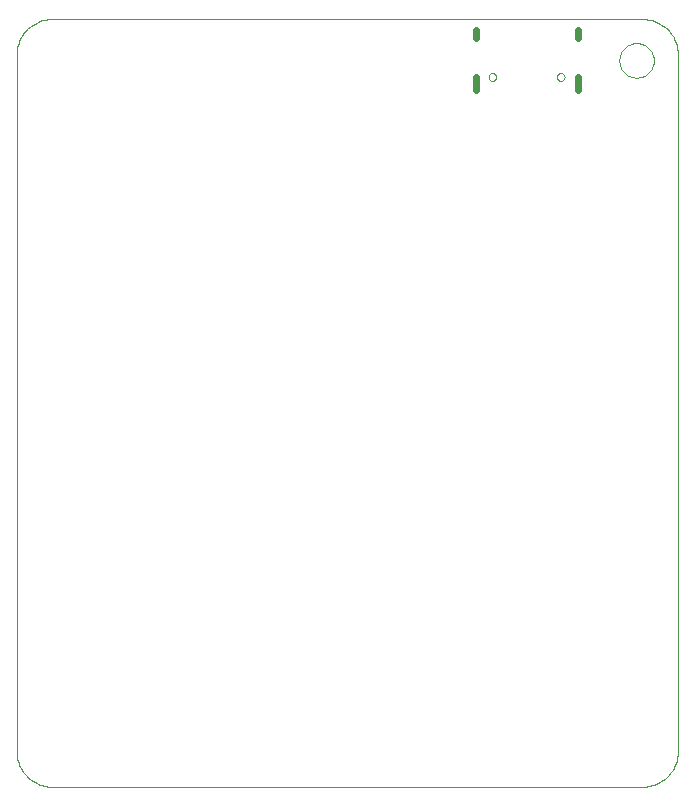
<source format=gko>
G75*
%MOIN*%
%OFA0B0*%
%FSLAX24Y24*%
%IPPOS*%
%LPD*%
%AMOC8*
5,1,8,0,0,1.08239X$1,22.5*
%
%ADD10C,0.0000*%
%ADD11C,0.0236*%
D10*
X000500Y001281D02*
X000500Y024509D01*
X000502Y024575D01*
X000507Y024641D01*
X000517Y024707D01*
X000530Y024772D01*
X000546Y024836D01*
X000566Y024899D01*
X000590Y024961D01*
X000617Y025021D01*
X000647Y025080D01*
X000681Y025137D01*
X000718Y025192D01*
X000758Y025245D01*
X000800Y025296D01*
X000846Y025344D01*
X000894Y025390D01*
X000945Y025432D01*
X000998Y025472D01*
X001053Y025509D01*
X001110Y025543D01*
X001169Y025573D01*
X001229Y025600D01*
X001291Y025624D01*
X001354Y025644D01*
X001418Y025660D01*
X001483Y025673D01*
X001549Y025683D01*
X001615Y025688D01*
X001681Y025690D01*
X001681Y025691D02*
X021366Y025691D01*
X021366Y025690D02*
X021432Y025688D01*
X021498Y025683D01*
X021564Y025673D01*
X021629Y025660D01*
X021693Y025644D01*
X021756Y025624D01*
X021818Y025600D01*
X021878Y025573D01*
X021937Y025543D01*
X021994Y025509D01*
X022049Y025472D01*
X022102Y025432D01*
X022153Y025390D01*
X022201Y025344D01*
X022247Y025296D01*
X022289Y025245D01*
X022329Y025192D01*
X022366Y025137D01*
X022400Y025080D01*
X022430Y025021D01*
X022457Y024961D01*
X022481Y024899D01*
X022501Y024836D01*
X022517Y024772D01*
X022530Y024707D01*
X022540Y024641D01*
X022545Y024575D01*
X022547Y024509D01*
X022547Y001281D01*
X022545Y001215D01*
X022540Y001149D01*
X022530Y001083D01*
X022517Y001018D01*
X022501Y000954D01*
X022481Y000891D01*
X022457Y000829D01*
X022430Y000769D01*
X022400Y000710D01*
X022366Y000653D01*
X022329Y000598D01*
X022289Y000545D01*
X022247Y000494D01*
X022201Y000446D01*
X022153Y000400D01*
X022102Y000358D01*
X022049Y000318D01*
X021994Y000281D01*
X021937Y000247D01*
X021878Y000217D01*
X021818Y000190D01*
X021756Y000166D01*
X021693Y000146D01*
X021629Y000130D01*
X021564Y000117D01*
X021498Y000107D01*
X021432Y000102D01*
X021366Y000100D01*
X001681Y000100D01*
X001615Y000102D01*
X001549Y000107D01*
X001483Y000117D01*
X001418Y000130D01*
X001354Y000146D01*
X001291Y000166D01*
X001229Y000190D01*
X001169Y000217D01*
X001110Y000247D01*
X001053Y000281D01*
X000998Y000318D01*
X000945Y000358D01*
X000894Y000400D01*
X000846Y000446D01*
X000800Y000494D01*
X000758Y000545D01*
X000718Y000598D01*
X000681Y000653D01*
X000647Y000710D01*
X000617Y000769D01*
X000590Y000829D01*
X000566Y000891D01*
X000546Y000954D01*
X000530Y001018D01*
X000517Y001083D01*
X000507Y001149D01*
X000502Y001215D01*
X000500Y001281D01*
X016234Y023759D02*
X016236Y023781D01*
X016242Y023803D01*
X016251Y023823D01*
X016264Y023841D01*
X016280Y023857D01*
X016298Y023870D01*
X016318Y023879D01*
X016340Y023885D01*
X016362Y023887D01*
X016384Y023885D01*
X016406Y023879D01*
X016426Y023870D01*
X016444Y023857D01*
X016460Y023841D01*
X016473Y023823D01*
X016482Y023803D01*
X016488Y023781D01*
X016490Y023759D01*
X016488Y023737D01*
X016482Y023715D01*
X016473Y023695D01*
X016460Y023677D01*
X016444Y023661D01*
X016426Y023648D01*
X016406Y023639D01*
X016384Y023633D01*
X016362Y023631D01*
X016340Y023633D01*
X016318Y023639D01*
X016298Y023648D01*
X016280Y023661D01*
X016264Y023677D01*
X016251Y023695D01*
X016242Y023715D01*
X016236Y023737D01*
X016234Y023759D01*
X018510Y023759D02*
X018512Y023781D01*
X018518Y023803D01*
X018527Y023823D01*
X018540Y023841D01*
X018556Y023857D01*
X018574Y023870D01*
X018594Y023879D01*
X018616Y023885D01*
X018638Y023887D01*
X018660Y023885D01*
X018682Y023879D01*
X018702Y023870D01*
X018720Y023857D01*
X018736Y023841D01*
X018749Y023823D01*
X018758Y023803D01*
X018764Y023781D01*
X018766Y023759D01*
X018764Y023737D01*
X018758Y023715D01*
X018749Y023695D01*
X018736Y023677D01*
X018720Y023661D01*
X018702Y023648D01*
X018682Y023639D01*
X018660Y023633D01*
X018638Y023631D01*
X018616Y023633D01*
X018594Y023639D01*
X018574Y023648D01*
X018556Y023661D01*
X018540Y023677D01*
X018527Y023695D01*
X018518Y023715D01*
X018512Y023737D01*
X018510Y023759D01*
X020595Y024311D02*
X020597Y024358D01*
X020603Y024406D01*
X020613Y024452D01*
X020626Y024498D01*
X020643Y024542D01*
X020664Y024585D01*
X020689Y024625D01*
X020716Y024664D01*
X020747Y024700D01*
X020781Y024734D01*
X020817Y024765D01*
X020856Y024792D01*
X020896Y024817D01*
X020939Y024838D01*
X020983Y024855D01*
X021029Y024868D01*
X021075Y024878D01*
X021123Y024884D01*
X021170Y024886D01*
X021217Y024884D01*
X021265Y024878D01*
X021311Y024868D01*
X021357Y024855D01*
X021401Y024838D01*
X021444Y024817D01*
X021484Y024792D01*
X021523Y024765D01*
X021559Y024734D01*
X021593Y024700D01*
X021624Y024664D01*
X021651Y024625D01*
X021676Y024585D01*
X021697Y024542D01*
X021714Y024498D01*
X021727Y024452D01*
X021737Y024406D01*
X021743Y024358D01*
X021745Y024311D01*
X021743Y024264D01*
X021737Y024216D01*
X021727Y024170D01*
X021714Y024124D01*
X021697Y024080D01*
X021676Y024037D01*
X021651Y023997D01*
X021624Y023958D01*
X021593Y023922D01*
X021559Y023888D01*
X021523Y023857D01*
X021484Y023830D01*
X021444Y023805D01*
X021401Y023784D01*
X021357Y023767D01*
X021311Y023754D01*
X021265Y023744D01*
X021217Y023738D01*
X021170Y023736D01*
X021123Y023738D01*
X021075Y023744D01*
X021029Y023754D01*
X020983Y023767D01*
X020939Y023784D01*
X020896Y023805D01*
X020856Y023830D01*
X020817Y023857D01*
X020781Y023888D01*
X020747Y023922D01*
X020716Y023958D01*
X020689Y023997D01*
X020664Y024037D01*
X020643Y024080D01*
X020626Y024124D01*
X020613Y024170D01*
X020603Y024216D01*
X020597Y024264D01*
X020595Y024311D01*
D11*
X019200Y023767D02*
X019200Y023334D01*
X019200Y025072D02*
X019200Y025317D01*
X015800Y025317D02*
X015800Y025072D01*
X015800Y023767D02*
X015800Y023334D01*
M02*

</source>
